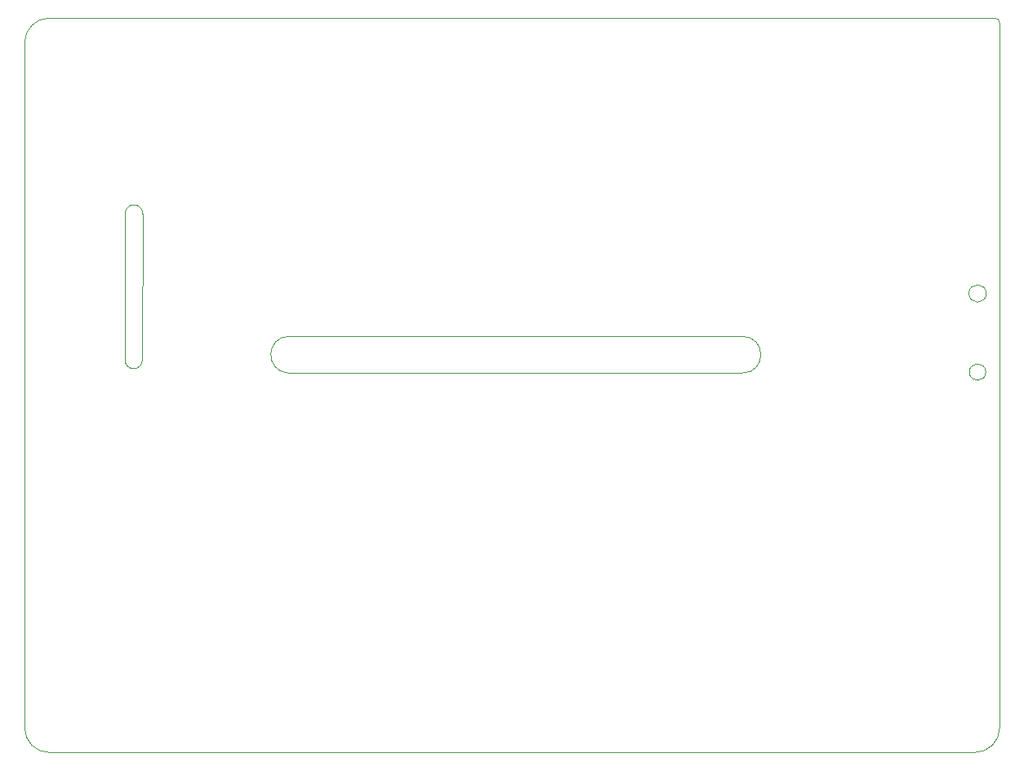
<source format=gbr>
G04 #@! TF.GenerationSoftware,KiCad,Pcbnew,(5.1.6)-1*
G04 #@! TF.CreationDate,2021-10-31T01:35:34+02:00*
G04 #@! TF.ProjectId,hamodule,68616d6f-6475-46c6-952e-6b696361645f,rev?*
G04 #@! TF.SameCoordinates,Original*
G04 #@! TF.FileFunction,Profile,NP*
%FSLAX46Y46*%
G04 Gerber Fmt 4.6, Leading zero omitted, Abs format (unit mm)*
G04 Created by KiCad (PCBNEW (5.1.6)-1) date 2021-10-31 01:35:34*
%MOMM*%
%LPD*%
G01*
G04 APERTURE LIST*
G04 #@! TA.AperFunction,Profile*
%ADD10C,0.050000*%
G04 #@! TD*
G04 #@! TA.AperFunction,Profile*
%ADD11C,0.100000*%
G04 #@! TD*
G04 APERTURE END LIST*
D10*
X173418500Y-100393500D02*
G75*
G02*
X173418500Y-104203500I0J-1905000D01*
G01*
X199580500Y-67373500D02*
G75*
G02*
X200088500Y-67881500I0J-508000D01*
G01*
X200088500Y-141033500D02*
G75*
G02*
X197548500Y-143573500I-2540000J0D01*
G01*
X101536500Y-143573500D02*
G75*
G02*
X98996500Y-141033500I0J2540000D01*
G01*
X98996500Y-69913500D02*
G75*
G02*
X101536500Y-67373500I2540000J0D01*
G01*
X198656805Y-104111195D02*
G75*
G03*
X198656805Y-104111195I-854305J0D01*
G01*
X198700526Y-95948500D02*
G75*
G03*
X198700526Y-95948500I-898026J0D01*
G01*
X126282905Y-104197928D02*
G75*
G02*
X126428500Y-100393500I145595J1899428D01*
G01*
X111206500Y-102806500D02*
G75*
G02*
X109406500Y-102806500I-900000J-50000D01*
G01*
X109426500Y-87696500D02*
G75*
G02*
X111226500Y-87696500I900000J50000D01*
G01*
X111206500Y-102806500D02*
X111226500Y-87696500D01*
X109426500Y-87696500D02*
X109406500Y-102806500D01*
D11*
X126428500Y-100393500D02*
X173418500Y-100393500D01*
X173418500Y-104203500D02*
X126282905Y-104197928D01*
D10*
X98996500Y-141033500D02*
X98996500Y-69913500D01*
X199580500Y-67373500D02*
X101536500Y-67373500D01*
X197548500Y-143573500D02*
X101536500Y-143573500D01*
X200088500Y-141033500D02*
X200088500Y-67881500D01*
M02*

</source>
